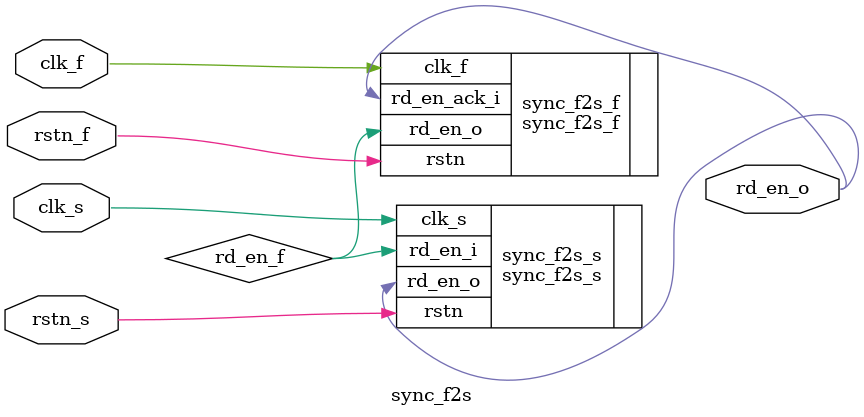
<source format=v>


module sync_f2s(
    clk_f   ,
    rstn_f  ,
    clk_s   ,
    rstn_s  ,
    rd_en_o 
);

//*** PARAMETER *************************************************************************
    // none

//*** INPUT/OUTPUT **********************************************************************

    input       clk_f       ;
    input       rstn_f      ;
    input       clk_s       ;
    input       rstn_s      ;
    output      rd_en_o     ;

//*** WIRE/REG **************************************************************************

    wire        rd_en_f     ;

//*** MAIN BODY *************************************************************************

    sync_f2s_f sync_f2s_f(
        .clk_f          (clk_f      ),
        .rstn           (rstn_f     ),
        .rd_en_ack_i    (rd_en_o    ),
        .rd_en_o        (rd_en_f    )
    );

    sync_f2s_s sync_f2s_s(
        .clk_s          (clk_s      ),
        .rd_en_i        (rd_en_f    ),
        .rd_en_o        (rd_en_o    ),
        .rstn           (rstn_s     )
    );

endmodule
</source>
